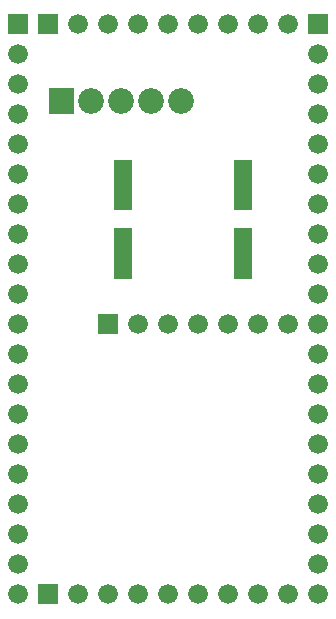
<source format=gts>
G04 start of page 6 for group -4063 idx -4063 *
G04 Title: (unknown), componentmask *
G04 Creator: pcb 20140316 *
G04 CreationDate: Wed 22 Apr 2015 10:12:54 AM GMT UTC *
G04 For: fosse *
G04 Format: Gerber/RS-274X *
G04 PCB-Dimensions (mil): 1600.00 3000.00 *
G04 PCB-Coordinate-Origin: lower left *
%MOIN*%
%FSLAX25Y25*%
%LNTOPMASK*%
%ADD33R,0.0615X0.0615*%
%ADD32C,0.0860*%
%ADD31C,0.0660*%
%ADD30C,0.0001*%
G54D30*G36*
X136700Y283300D02*Y276700D01*
X143300D01*
Y283300D01*
X136700D01*
G37*
G54D31*X140000Y270000D03*
Y260000D03*
Y250000D03*
Y240000D03*
Y230000D03*
Y220000D03*
Y210000D03*
G54D30*G36*
X36700Y283300D02*Y276700D01*
X43300D01*
Y283300D01*
X36700D01*
G37*
G36*
X46700D02*Y276700D01*
X53300D01*
Y283300D01*
X46700D01*
G37*
G54D31*X60000Y280000D03*
X40000Y270000D03*
Y260000D03*
Y250000D03*
Y240000D03*
G54D30*G36*
X50200Y258800D02*Y250200D01*
X58800D01*
Y258800D01*
X50200D01*
G37*
G54D31*X70000Y280000D03*
X80000D03*
X90000D03*
X100000D03*
X110000D03*
X120000D03*
X130000D03*
G54D32*X64500Y254500D03*
X74500D03*
X84500D03*
X94500D03*
G54D31*X80000Y90000D03*
X90000D03*
X100000D03*
X110000D03*
G54D30*G36*
X46700Y93300D02*Y86700D01*
X53300D01*
Y93300D01*
X46700D01*
G37*
G54D31*X60000Y90000D03*
X70000D03*
X120000D03*
X130000D03*
X140000D03*
X40000D03*
X140000Y200000D03*
Y190000D03*
X130000Y180000D03*
X140000D03*
Y170000D03*
Y160000D03*
Y150000D03*
Y140000D03*
Y130000D03*
Y120000D03*
Y110000D03*
Y100000D03*
X40000Y230000D03*
Y220000D03*
Y210000D03*
Y200000D03*
Y190000D03*
Y180000D03*
Y170000D03*
Y160000D03*
Y150000D03*
Y140000D03*
Y130000D03*
Y120000D03*
Y110000D03*
Y100000D03*
G54D30*G36*
X66700Y183300D02*Y176700D01*
X73300D01*
Y183300D01*
X66700D01*
G37*
G54D31*X80000Y180000D03*
X90000D03*
X100000D03*
X110000D03*
X120000D03*
G54D33*X75000Y231732D02*Y221102D01*
Y208898D02*Y198268D01*
X115000Y231815D02*Y221185D01*
Y208981D02*Y198351D01*
M02*

</source>
